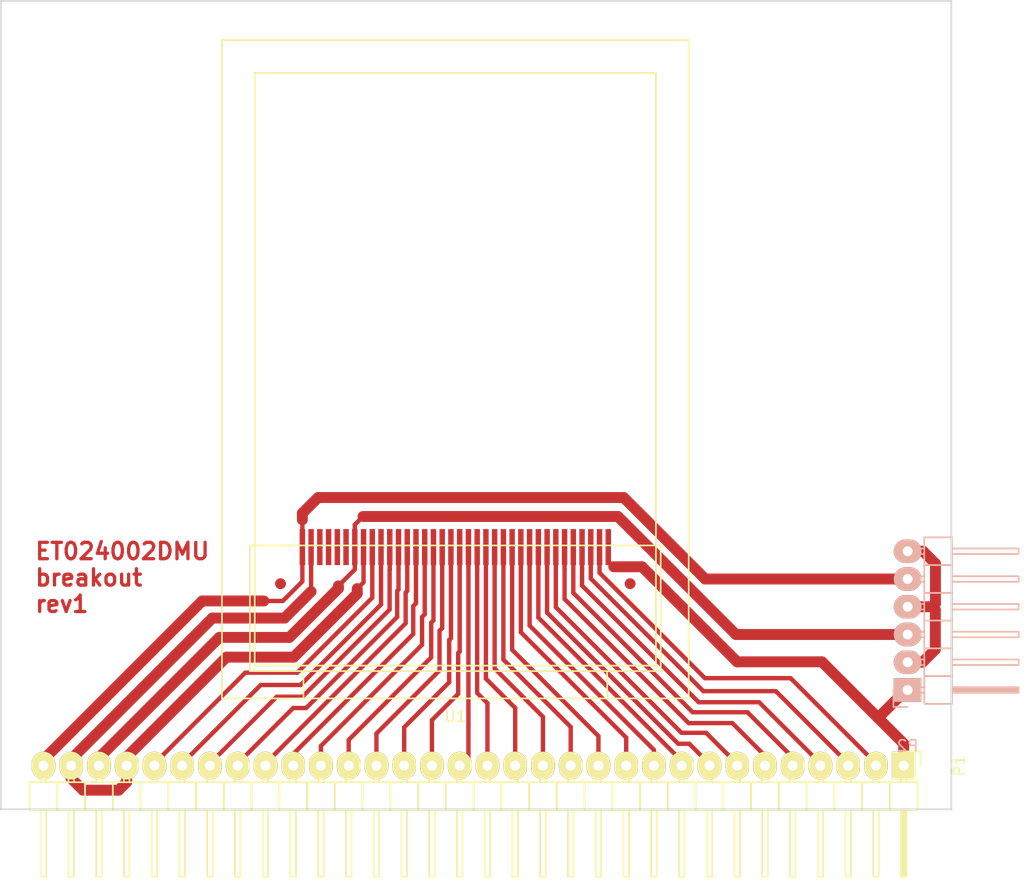
<source format=kicad_pcb>
(kicad_pcb (version 4) (host pcbnew "(2016-03-23 BZR 6647, Git bc699c8)-product")

  (general
    (links 38)
    (no_connects 0)
    (area 57.924999 49.924999 151.970001 130.970001)
    (thickness 1.6)
    (drawings 5)
    (tracks 187)
    (zones 0)
    (modules 3)
    (nets 33)
  )

  (page A4)
  (layers
    (0 F.Cu signal)
    (31 B.Cu signal)
    (32 B.Adhes user)
    (33 F.Adhes user)
    (34 B.Paste user)
    (35 F.Paste user)
    (36 B.SilkS user)
    (37 F.SilkS user)
    (38 B.Mask user hide)
    (39 F.Mask user hide)
    (40 Dwgs.User user)
    (41 Cmts.User user)
    (42 Eco1.User user)
    (43 Eco2.User user)
    (44 Edge.Cuts user)
    (45 Margin user)
    (46 B.CrtYd user)
    (47 F.CrtYd user)
    (48 B.Fab user)
    (49 F.Fab user)
  )

  (setup
    (last_trace_width 0.4)
    (user_trace_width 1)
    (trace_clearance 0.295)
    (zone_clearance 0.508)
    (zone_45_only no)
    (trace_min 0.2)
    (segment_width 0.2)
    (edge_width 0.15)
    (via_size 0.6)
    (via_drill 0.4)
    (via_min_size 0.4)
    (via_min_drill 0.3)
    (uvia_size 0.3)
    (uvia_drill 0.1)
    (uvias_allowed no)
    (uvia_min_size 0.2)
    (uvia_min_drill 0.1)
    (pcb_text_width 0.3)
    (pcb_text_size 1.5 1.5)
    (mod_edge_width 0.15)
    (mod_text_size 1 1)
    (mod_text_width 0.15)
    (pad_size 2.54 2.159)
    (pad_drill 0.9)
    (pad_to_mask_clearance 0.2)
    (aux_axis_origin 0 0)
    (visible_elements FFFFFF7F)
    (pcbplotparams
      (layerselection 0x01000_7fffffff)
      (usegerberextensions true)
      (excludeedgelayer true)
      (linewidth 0.100000)
      (plotframeref false)
      (viasonmask false)
      (mode 1)
      (useauxorigin false)
      (hpglpennumber 1)
      (hpglpenspeed 20)
      (hpglpendiameter 15)
      (psnegative false)
      (psa4output false)
      (plotreference true)
      (plotvalue true)
      (plotinvisibletext false)
      (padsonsilk false)
      (subtractmaskfromsilk false)
      (outputformat 1)
      (mirror false)
      (drillshape 0)
      (scaleselection 1)
      (outputdirectory gerbers))
  )

  (net 0 "")
  (net 1 /vddi)
  (net 2 /reset)
  (net 3 /im0)
  (net 4 /im1)
  (net 5 /im2)
  (net 6 /te)
  (net 7 /db17)
  (net 8 /db16)
  (net 9 /db15)
  (net 10 /db14)
  (net 11 /db13)
  (net 12 /db12)
  (net 13 /db11)
  (net 14 /db10)
  (net 15 /db9)
  (net 16 /db8)
  (net 17 /db7)
  (net 18 /db6)
  (net 19 /db5)
  (net 20 /db4)
  (net 21 /db3)
  (net 22 /db2)
  (net 23 /db1)
  (net 24 /db0)
  (net 25 /rd)
  (net 26 /wr)
  (net 27 /dc)
  (net 28 /cs)
  (net 29 GND)
  (net 30 /vdd)
  (net 31 /led+)
  (net 32 "Net-(P2-Pad2)")

  (net_class Default "This is the default net class."
    (clearance 0.295)
    (trace_width 0.4)
    (via_dia 0.6)
    (via_drill 0.4)
    (uvia_dia 0.3)
    (uvia_drill 0.1)
    (add_net /cs)
    (add_net /db0)
    (add_net /db1)
    (add_net /db10)
    (add_net /db11)
    (add_net /db12)
    (add_net /db13)
    (add_net /db14)
    (add_net /db15)
    (add_net /db16)
    (add_net /db17)
    (add_net /db2)
    (add_net /db3)
    (add_net /db4)
    (add_net /db5)
    (add_net /db6)
    (add_net /db7)
    (add_net /db8)
    (add_net /db9)
    (add_net /dc)
    (add_net /im0)
    (add_net /im1)
    (add_net /im2)
    (add_net /led+)
    (add_net /rd)
    (add_net /reset)
    (add_net /te)
    (add_net /vdd)
    (add_net /vddi)
    (add_net /wr)
    (add_net GND)
    (add_net "Net-(P2-Pad2)")
  )

  (module Pin_Headers:Pin_Header_Angled_1x32 (layer F.Cu) (tedit 593C5DF6) (tstamp 593C5EDE)
    (at 140.64 120 270)
    (descr "Through hole pin header")
    (tags "pin header")
    (path /593C4F73)
    (fp_text reference P1 (at 0 -5.1 270) (layer F.SilkS)
      (effects (font (size 1 1) (thickness 0.15)))
    )
    (fp_text value CONN_01X32 (at 0 -3.1 270) (layer F.Fab)
      (effects (font (size 1 1) (thickness 0.15)))
    )
    (fp_line (start -1.5 -1.75) (end -1.5 80.5) (layer F.CrtYd) (width 0.05))
    (fp_line (start 10.65 -1.75) (end 10.65 80.5) (layer F.CrtYd) (width 0.05))
    (fp_line (start -1.5 -1.75) (end 10.65 -1.75) (layer F.CrtYd) (width 0.05))
    (fp_line (start -1.5 80.5) (end 10.65 80.5) (layer F.CrtYd) (width 0.05))
    (fp_line (start -1.3 -1.55) (end -1.3 0) (layer F.SilkS) (width 0.15))
    (fp_line (start 0 -1.55) (end -1.3 -1.55) (layer F.SilkS) (width 0.15))
    (fp_line (start 4.191 -0.127) (end 10.033 -0.127) (layer F.SilkS) (width 0.15))
    (fp_line (start 10.033 -0.127) (end 10.033 0.127) (layer F.SilkS) (width 0.15))
    (fp_line (start 10.033 0.127) (end 4.191 0.127) (layer F.SilkS) (width 0.15))
    (fp_line (start 4.191 0.127) (end 4.191 0) (layer F.SilkS) (width 0.15))
    (fp_line (start 4.191 0) (end 10.033 0) (layer F.SilkS) (width 0.15))
    (fp_line (start 1.524 73.406) (end 1.143 73.406) (layer F.SilkS) (width 0.15))
    (fp_line (start 1.524 73.914) (end 1.143 73.914) (layer F.SilkS) (width 0.15))
    (fp_line (start 1.524 75.946) (end 1.143 75.946) (layer F.SilkS) (width 0.15))
    (fp_line (start 1.524 76.454) (end 1.143 76.454) (layer F.SilkS) (width 0.15))
    (fp_line (start 1.524 78.486) (end 1.143 78.486) (layer F.SilkS) (width 0.15))
    (fp_line (start 1.524 78.994) (end 1.143 78.994) (layer F.SilkS) (width 0.15))
    (fp_line (start 1.524 32.766) (end 1.143 32.766) (layer F.SilkS) (width 0.15))
    (fp_line (start 1.524 33.274) (end 1.143 33.274) (layer F.SilkS) (width 0.15))
    (fp_line (start 1.524 35.306) (end 1.143 35.306) (layer F.SilkS) (width 0.15))
    (fp_line (start 1.524 35.814) (end 1.143 35.814) (layer F.SilkS) (width 0.15))
    (fp_line (start 1.524 37.846) (end 1.143 37.846) (layer F.SilkS) (width 0.15))
    (fp_line (start 1.524 38.354) (end 1.143 38.354) (layer F.SilkS) (width 0.15))
    (fp_line (start 1.524 40.386) (end 1.143 40.386) (layer F.SilkS) (width 0.15))
    (fp_line (start 1.524 40.894) (end 1.143 40.894) (layer F.SilkS) (width 0.15))
    (fp_line (start 1.524 51.054) (end 1.143 51.054) (layer F.SilkS) (width 0.15))
    (fp_line (start 1.524 50.546) (end 1.143 50.546) (layer F.SilkS) (width 0.15))
    (fp_line (start 1.524 48.514) (end 1.143 48.514) (layer F.SilkS) (width 0.15))
    (fp_line (start 1.524 48.006) (end 1.143 48.006) (layer F.SilkS) (width 0.15))
    (fp_line (start 1.524 45.974) (end 1.143 45.974) (layer F.SilkS) (width 0.15))
    (fp_line (start 1.524 45.466) (end 1.143 45.466) (layer F.SilkS) (width 0.15))
    (fp_line (start 1.524 43.434) (end 1.143 43.434) (layer F.SilkS) (width 0.15))
    (fp_line (start 1.524 42.926) (end 1.143 42.926) (layer F.SilkS) (width 0.15))
    (fp_line (start 1.524 63.246) (end 1.143 63.246) (layer F.SilkS) (width 0.15))
    (fp_line (start 1.524 63.754) (end 1.143 63.754) (layer F.SilkS) (width 0.15))
    (fp_line (start 1.524 65.786) (end 1.143 65.786) (layer F.SilkS) (width 0.15))
    (fp_line (start 1.524 66.294) (end 1.143 66.294) (layer F.SilkS) (width 0.15))
    (fp_line (start 1.524 68.326) (end 1.143 68.326) (layer F.SilkS) (width 0.15))
    (fp_line (start 1.524 68.834) (end 1.143 68.834) (layer F.SilkS) (width 0.15))
    (fp_line (start 1.524 70.866) (end 1.143 70.866) (layer F.SilkS) (width 0.15))
    (fp_line (start 1.524 71.374) (end 1.143 71.374) (layer F.SilkS) (width 0.15))
    (fp_line (start 1.524 61.214) (end 1.143 61.214) (layer F.SilkS) (width 0.15))
    (fp_line (start 1.524 60.706) (end 1.143 60.706) (layer F.SilkS) (width 0.15))
    (fp_line (start 1.524 58.674) (end 1.143 58.674) (layer F.SilkS) (width 0.15))
    (fp_line (start 1.524 58.166) (end 1.143 58.166) (layer F.SilkS) (width 0.15))
    (fp_line (start 1.524 56.134) (end 1.143 56.134) (layer F.SilkS) (width 0.15))
    (fp_line (start 1.524 55.626) (end 1.143 55.626) (layer F.SilkS) (width 0.15))
    (fp_line (start 1.524 53.594) (end 1.143 53.594) (layer F.SilkS) (width 0.15))
    (fp_line (start 1.524 53.086) (end 1.143 53.086) (layer F.SilkS) (width 0.15))
    (fp_line (start 1.524 12.446) (end 1.143 12.446) (layer F.SilkS) (width 0.15))
    (fp_line (start 1.524 12.954) (end 1.143 12.954) (layer F.SilkS) (width 0.15))
    (fp_line (start 1.524 14.986) (end 1.143 14.986) (layer F.SilkS) (width 0.15))
    (fp_line (start 1.524 15.494) (end 1.143 15.494) (layer F.SilkS) (width 0.15))
    (fp_line (start 1.524 17.526) (end 1.143 17.526) (layer F.SilkS) (width 0.15))
    (fp_line (start 1.524 18.034) (end 1.143 18.034) (layer F.SilkS) (width 0.15))
    (fp_line (start 1.524 20.066) (end 1.143 20.066) (layer F.SilkS) (width 0.15))
    (fp_line (start 1.524 20.574) (end 1.143 20.574) (layer F.SilkS) (width 0.15))
    (fp_line (start 1.524 30.734) (end 1.143 30.734) (layer F.SilkS) (width 0.15))
    (fp_line (start 1.524 30.226) (end 1.143 30.226) (layer F.SilkS) (width 0.15))
    (fp_line (start 1.524 28.194) (end 1.143 28.194) (layer F.SilkS) (width 0.15))
    (fp_line (start 1.524 27.686) (end 1.143 27.686) (layer F.SilkS) (width 0.15))
    (fp_line (start 1.524 25.654) (end 1.143 25.654) (layer F.SilkS) (width 0.15))
    (fp_line (start 1.524 25.146) (end 1.143 25.146) (layer F.SilkS) (width 0.15))
    (fp_line (start 1.524 23.114) (end 1.143 23.114) (layer F.SilkS) (width 0.15))
    (fp_line (start 1.524 22.606) (end 1.143 22.606) (layer F.SilkS) (width 0.15))
    (fp_line (start 1.524 2.286) (end 1.143 2.286) (layer F.SilkS) (width 0.15))
    (fp_line (start 1.524 2.794) (end 1.143 2.794) (layer F.SilkS) (width 0.15))
    (fp_line (start 1.524 4.826) (end 1.143 4.826) (layer F.SilkS) (width 0.15))
    (fp_line (start 1.524 5.334) (end 1.143 5.334) (layer F.SilkS) (width 0.15))
    (fp_line (start 1.524 7.366) (end 1.143 7.366) (layer F.SilkS) (width 0.15))
    (fp_line (start 1.524 7.874) (end 1.143 7.874) (layer F.SilkS) (width 0.15))
    (fp_line (start 1.524 9.906) (end 1.143 9.906) (layer F.SilkS) (width 0.15))
    (fp_line (start 1.524 10.414) (end 1.143 10.414) (layer F.SilkS) (width 0.15))
    (fp_line (start 1.524 0.254) (end 1.143 0.254) (layer F.SilkS) (width 0.15))
    (fp_line (start 1.524 -0.254) (end 1.143 -0.254) (layer F.SilkS) (width 0.15))
    (fp_line (start 1.524 69.85) (end 1.524 72.39) (layer F.SilkS) (width 0.15))
    (fp_line (start 1.524 72.39) (end 4.064 72.39) (layer F.SilkS) (width 0.15))
    (fp_line (start 4.064 70.866) (end 10.16 70.866) (layer F.SilkS) (width 0.15))
    (fp_line (start 10.16 70.866) (end 10.16 71.374) (layer F.SilkS) (width 0.15))
    (fp_line (start 10.16 71.374) (end 4.064 71.374) (layer F.SilkS) (width 0.15))
    (fp_line (start 4.064 72.39) (end 4.064 69.85) (layer F.SilkS) (width 0.15))
    (fp_line (start 4.064 74.93) (end 4.064 72.39) (layer F.SilkS) (width 0.15))
    (fp_line (start 10.16 73.914) (end 4.064 73.914) (layer F.SilkS) (width 0.15))
    (fp_line (start 10.16 73.406) (end 10.16 73.914) (layer F.SilkS) (width 0.15))
    (fp_line (start 4.064 73.406) (end 10.16 73.406) (layer F.SilkS) (width 0.15))
    (fp_line (start 1.524 74.93) (end 4.064 74.93) (layer F.SilkS) (width 0.15))
    (fp_line (start 1.524 72.39) (end 1.524 74.93) (layer F.SilkS) (width 0.15))
    (fp_line (start 1.524 72.39) (end 4.064 72.39) (layer F.SilkS) (width 0.15))
    (fp_line (start 1.524 77.47) (end 4.064 77.47) (layer F.SilkS) (width 0.15))
    (fp_line (start 1.524 77.47) (end 1.524 80.01) (layer F.SilkS) (width 0.15))
    (fp_line (start 4.064 78.486) (end 10.16 78.486) (layer F.SilkS) (width 0.15))
    (fp_line (start 10.16 78.486) (end 10.16 78.994) (layer F.SilkS) (width 0.15))
    (fp_line (start 10.16 78.994) (end 4.064 78.994) (layer F.SilkS) (width 0.15))
    (fp_line (start 4.064 80.01) (end 4.064 77.47) (layer F.SilkS) (width 0.15))
    (fp_line (start 4.064 77.47) (end 4.064 74.93) (layer F.SilkS) (width 0.15))
    (fp_line (start 10.16 76.454) (end 4.064 76.454) (layer F.SilkS) (width 0.15))
    (fp_line (start 10.16 75.946) (end 10.16 76.454) (layer F.SilkS) (width 0.15))
    (fp_line (start 4.064 75.946) (end 10.16 75.946) (layer F.SilkS) (width 0.15))
    (fp_line (start 1.524 77.47) (end 4.064 77.47) (layer F.SilkS) (width 0.15))
    (fp_line (start 1.524 74.93) (end 1.524 77.47) (layer F.SilkS) (width 0.15))
    (fp_line (start 1.524 74.93) (end 4.064 74.93) (layer F.SilkS) (width 0.15))
    (fp_line (start 1.524 80.01) (end 4.064 80.01) (layer F.SilkS) (width 0.15))
    (fp_line (start 1.524 69.85) (end 4.064 69.85) (layer F.SilkS) (width 0.15))
    (fp_line (start 1.524 29.21) (end 4.064 29.21) (layer F.SilkS) (width 0.15))
    (fp_line (start 1.524 29.21) (end 1.524 31.75) (layer F.SilkS) (width 0.15))
    (fp_line (start 1.524 31.75) (end 4.064 31.75) (layer F.SilkS) (width 0.15))
    (fp_line (start 4.064 30.226) (end 10.16 30.226) (layer F.SilkS) (width 0.15))
    (fp_line (start 10.16 30.226) (end 10.16 30.734) (layer F.SilkS) (width 0.15))
    (fp_line (start 10.16 30.734) (end 4.064 30.734) (layer F.SilkS) (width 0.15))
    (fp_line (start 4.064 31.75) (end 4.064 29.21) (layer F.SilkS) (width 0.15))
    (fp_line (start 4.064 34.29) (end 4.064 31.75) (layer F.SilkS) (width 0.15))
    (fp_line (start 10.16 33.274) (end 4.064 33.274) (layer F.SilkS) (width 0.15))
    (fp_line (start 10.16 32.766) (end 10.16 33.274) (layer F.SilkS) (width 0.15))
    (fp_line (start 4.064 32.766) (end 10.16 32.766) (layer F.SilkS) (width 0.15))
    (fp_line (start 1.524 34.29) (end 4.064 34.29) (layer F.SilkS) (width 0.15))
    (fp_line (start 1.524 31.75) (end 1.524 34.29) (layer F.SilkS) (width 0.15))
    (fp_line (start 1.524 31.75) (end 4.064 31.75) (layer F.SilkS) (width 0.15))
    (fp_line (start 1.524 36.83) (end 4.064 36.83) (layer F.SilkS) (width 0.15))
    (fp_line (start 1.524 36.83) (end 1.524 39.37) (layer F.SilkS) (width 0.15))
    (fp_line (start 1.524 39.37) (end 4.064 39.37) (layer F.SilkS) (width 0.15))
    (fp_line (start 4.064 37.846) (end 10.16 37.846) (layer F.SilkS) (width 0.15))
    (fp_line (start 10.16 37.846) (end 10.16 38.354) (layer F.SilkS) (width 0.15))
    (fp_line (start 10.16 38.354) (end 4.064 38.354) (layer F.SilkS) (width 0.15))
    (fp_line (start 4.064 39.37) (end 4.064 36.83) (layer F.SilkS) (width 0.15))
    (fp_line (start 4.064 36.83) (end 4.064 34.29) (layer F.SilkS) (width 0.15))
    (fp_line (start 10.16 35.814) (end 4.064 35.814) (layer F.SilkS) (width 0.15))
    (fp_line (start 10.16 35.306) (end 10.16 35.814) (layer F.SilkS) (width 0.15))
    (fp_line (start 4.064 35.306) (end 10.16 35.306) (layer F.SilkS) (width 0.15))
    (fp_line (start 1.524 36.83) (end 4.064 36.83) (layer F.SilkS) (width 0.15))
    (fp_line (start 1.524 34.29) (end 1.524 36.83) (layer F.SilkS) (width 0.15))
    (fp_line (start 1.524 34.29) (end 4.064 34.29) (layer F.SilkS) (width 0.15))
    (fp_line (start 1.524 44.45) (end 4.064 44.45) (layer F.SilkS) (width 0.15))
    (fp_line (start 1.524 44.45) (end 1.524 46.99) (layer F.SilkS) (width 0.15))
    (fp_line (start 1.524 46.99) (end 4.064 46.99) (layer F.SilkS) (width 0.15))
    (fp_line (start 4.064 45.466) (end 10.16 45.466) (layer F.SilkS) (width 0.15))
    (fp_line (start 10.16 45.466) (end 10.16 45.974) (layer F.SilkS) (width 0.15))
    (fp_line (start 10.16 45.974) (end 4.064 45.974) (layer F.SilkS) (width 0.15))
    (fp_line (start 4.064 46.99) (end 4.064 44.45) (layer F.SilkS) (width 0.15))
    (fp_line (start 4.064 49.53) (end 4.064 46.99) (layer F.SilkS) (width 0.15))
    (fp_line (start 10.16 48.514) (end 4.064 48.514) (layer F.SilkS) (width 0.15))
    (fp_line (start 10.16 48.006) (end 10.16 48.514) (layer F.SilkS) (width 0.15))
    (fp_line (start 4.064 48.006) (end 10.16 48.006) (layer F.SilkS) (width 0.15))
    (fp_line (start 1.524 49.53) (end 4.064 49.53) (layer F.SilkS) (width 0.15))
    (fp_line (start 1.524 46.99) (end 1.524 49.53) (layer F.SilkS) (width 0.15))
    (fp_line (start 1.524 46.99) (end 4.064 46.99) (layer F.SilkS) (width 0.15))
    (fp_line (start 1.524 41.91) (end 4.064 41.91) (layer F.SilkS) (width 0.15))
    (fp_line (start 1.524 41.91) (end 1.524 44.45) (layer F.SilkS) (width 0.15))
    (fp_line (start 1.524 44.45) (end 4.064 44.45) (layer F.SilkS) (width 0.15))
    (fp_line (start 4.064 42.926) (end 10.16 42.926) (layer F.SilkS) (width 0.15))
    (fp_line (start 10.16 42.926) (end 10.16 43.434) (layer F.SilkS) (width 0.15))
    (fp_line (start 10.16 43.434) (end 4.064 43.434) (layer F.SilkS) (width 0.15))
    (fp_line (start 4.064 44.45) (end 4.064 41.91) (layer F.SilkS) (width 0.15))
    (fp_line (start 4.064 41.91) (end 4.064 39.37) (layer F.SilkS) (width 0.15))
    (fp_line (start 10.16 40.894) (end 4.064 40.894) (layer F.SilkS) (width 0.15))
    (fp_line (start 10.16 40.386) (end 10.16 40.894) (layer F.SilkS) (width 0.15))
    (fp_line (start 4.064 40.386) (end 10.16 40.386) (layer F.SilkS) (width 0.15))
    (fp_line (start 1.524 41.91) (end 4.064 41.91) (layer F.SilkS) (width 0.15))
    (fp_line (start 1.524 39.37) (end 1.524 41.91) (layer F.SilkS) (width 0.15))
    (fp_line (start 1.524 39.37) (end 4.064 39.37) (layer F.SilkS) (width 0.15))
    (fp_line (start 1.524 59.69) (end 4.064 59.69) (layer F.SilkS) (width 0.15))
    (fp_line (start 1.524 59.69) (end 1.524 62.23) (layer F.SilkS) (width 0.15))
    (fp_line (start 1.524 62.23) (end 4.064 62.23) (layer F.SilkS) (width 0.15))
    (fp_line (start 4.064 60.706) (end 10.16 60.706) (layer F.SilkS) (width 0.15))
    (fp_line (start 10.16 60.706) (end 10.16 61.214) (layer F.SilkS) (width 0.15))
    (fp_line (start 10.16 61.214) (end 4.064 61.214) (layer F.SilkS) (width 0.15))
    (fp_line (start 4.064 62.23) (end 4.064 59.69) (layer F.SilkS) (width 0.15))
    (fp_line (start 4.064 64.77) (end 4.064 62.23) (layer F.SilkS) (width 0.15))
    (fp_line (start 10.16 63.754) (end 4.064 63.754) (layer F.SilkS) (width 0.15))
    (fp_line (start 10.16 63.246) (end 10.16 63.754) (layer F.SilkS) (width 0.15))
    (fp_line (start 4.064 63.246) (end 10.16 63.246) (layer F.SilkS) (width 0.15))
    (fp_line (start 1.524 64.77) (end 4.064 64.77) (layer F.SilkS) (width 0.15))
    (fp_line (start 1.524 62.23) (end 1.524 64.77) (layer F.SilkS) (width 0.15))
    (fp_line (start 1.524 62.23) (end 4.064 62.23) (layer F.SilkS) (width 0.15))
    (fp_line (start 1.524 67.31) (end 4.064 67.31) (layer F.SilkS) (width 0.15))
    (fp_line (start 1.524 67.31) (end 1.524 69.85) (layer F.SilkS) (width 0.15))
    (fp_line (start 1.524 69.85) (end 4.064 69.85) (layer F.SilkS) (width 0.15))
    (fp_line (start 4.064 68.326) (end 10.16 68.326) (layer F.SilkS) (width 0.15))
    (fp_line (start 10.16 68.326) (end 10.16 68.834) (layer F.SilkS) (width 0.15))
    (fp_line (start 10.16 68.834) (end 4.064 68.834) (layer F.SilkS) (width 0.15))
    (fp_line (start 4.064 69.85) (end 4.064 67.31) (layer F.SilkS) (width 0.15))
    (fp_line (start 4.064 67.31) (end 4.064 64.77) (layer F.SilkS) (width 0.15))
    (fp_line (start 10.16 66.294) (end 4.064 66.294) (layer F.SilkS) (width 0.15))
    (fp_line (start 10.16 65.786) (end 10.16 66.294) (layer F.SilkS) (width 0.15))
    (fp_line (start 4.064 65.786) (end 10.16 65.786) (layer F.SilkS) (width 0.15))
    (fp_line (start 1.524 67.31) (end 4.064 67.31) (layer F.SilkS) (width 0.15))
    (fp_line (start 1.524 64.77) (end 1.524 67.31) (layer F.SilkS) (width 0.15))
    (fp_line (start 1.524 64.77) (end 4.064 64.77) (layer F.SilkS) (width 0.15))
    (fp_line (start 1.524 54.61) (end 4.064 54.61) (layer F.SilkS) (width 0.15))
    (fp_line (start 1.524 54.61) (end 1.524 57.15) (layer F.SilkS) (width 0.15))
    (fp_line (start 1.524 57.15) (end 4.064 57.15) (layer F.SilkS) (width 0.15))
    (fp_line (start 4.064 55.626) (end 10.16 55.626) (layer F.SilkS) (width 0.15))
    (fp_line (start 10.16 55.626) (end 10.16 56.134) (layer F.SilkS) (width 0.15))
    (fp_line (start 10.16 56.134) (end 4.064 56.134) (layer F.SilkS) (width 0.15))
    (fp_line (start 4.064 57.15) (end 4.064 54.61) (layer F.SilkS) (width 0.15))
    (fp_line (start 4.064 59.69) (end 4.064 57.15) (layer F.SilkS) (width 0.15))
    (fp_line (start 10.16 58.674) (end 4.064 58.674) (layer F.SilkS) (width 0.15))
    (fp_line (start 10.16 58.166) (end 10.16 58.674) (layer F.SilkS) (width 0.15))
    (fp_line (start 4.064 58.166) (end 10.16 58.166) (layer F.SilkS) (width 0.15))
    (fp_line (start 1.524 59.69) (end 4.064 59.69) (layer F.SilkS) (width 0.15))
    (fp_line (start 1.524 57.15) (end 1.524 59.69) (layer F.SilkS) (width 0.15))
    (fp_line (start 1.524 57.15) (end 4.064 57.15) (layer F.SilkS) (width 0.15))
    (fp_line (start 1.524 52.07) (end 4.064 52.07) (layer F.SilkS) (width 0.15))
    (fp_line (start 1.524 52.07) (end 1.524 54.61) (layer F.SilkS) (width 0.15))
    (fp_line (start 1.524 54.61) (end 4.064 54.61) (layer F.SilkS) (width 0.15))
    (fp_line (start 4.064 53.086) (end 10.16 53.086) (layer F.SilkS) (width 0.15))
    (fp_line (start 10.16 53.086) (end 10.16 53.594) (layer F.SilkS) (width 0.15))
    (fp_line (start 10.16 53.594) (end 4.064 53.594) (layer F.SilkS) (width 0.15))
    (fp_line (start 4.064 54.61) (end 4.064 52.07) (layer F.SilkS) (width 0.15))
    (fp_line (start 4.064 52.07) (end 4.064 49.53) (layer F.SilkS) (width 0.15))
    (fp_line (start 10.16 51.054) (end 4.064 51.054) (layer F.SilkS) (width 0.15))
    (fp_line (start 10.16 50.546) (end 10.16 51.054) (layer F.SilkS) (width 0.15))
    (fp_line (start 4.064 50.546) (end 10.16 50.546) (layer F.SilkS) (width 0.15))
    (fp_line (start 1.524 52.07) (end 4.064 52.07) (layer F.SilkS) (width 0.15))
    (fp_line (start 1.524 49.53) (end 1.524 52.07) (layer F.SilkS) (width 0.15))
    (fp_line (start 1.524 49.53) (end 4.064 49.53) (layer F.SilkS) (width 0.15))
    (fp_line (start 1.524 8.89) (end 4.064 8.89) (layer F.SilkS) (width 0.15))
    (fp_line (start 1.524 8.89) (end 1.524 11.43) (layer F.SilkS) (width 0.15))
    (fp_line (start 1.524 11.43) (end 4.064 11.43) (layer F.SilkS) (width 0.15))
    (fp_line (start 4.064 9.906) (end 10.16 9.906) (layer F.SilkS) (width 0.15))
    (fp_line (start 10.16 9.906) (end 10.16 10.414) (layer F.SilkS) (width 0.15))
    (fp_line (start 10.16 10.414) (end 4.064 10.414) (layer F.SilkS) (width 0.15))
    (fp_line (start 4.064 11.43) (end 4.064 8.89) (layer F.SilkS) (width 0.15))
    (fp_line (start 4.064 13.97) (end 4.064 11.43) (layer F.SilkS) (width 0.15))
    (fp_line (start 10.16 12.954) (end 4.064 12.954) (layer F.SilkS) (width 0.15))
    (fp_line (start 10.16 12.446) (end 10.16 12.954) (layer F.SilkS) (width 0.15))
    (fp_line (start 4.064 12.446) (end 10.16 12.446) (layer F.SilkS) (width 0.15))
    (fp_line (start 1.524 13.97) (end 4.064 13.97) (layer F.SilkS) (width 0.15))
    (fp_line (start 1.524 11.43) (end 1.524 13.97) (layer F.SilkS) (width 0.15))
    (fp_line (start 1.524 11.43) (end 4.064 11.43) (layer F.SilkS) (width 0.15))
    (fp_line (start 1.524 16.51) (end 4.064 16.51) (layer F.SilkS) (width 0.15))
    (fp_line (start 1.524 16.51) (end 1.524 19.05) (layer F.SilkS) (width 0.15))
    (fp_line (start 1.524 19.05) (end 4.064 19.05) (layer F.SilkS) (width 0.15))
    (fp_line (start 4.064 17.526) (end 10.16 17.526) (layer F.SilkS) (width 0.15))
    (fp_line (start 10.16 17.526) (end 10.16 18.034) (layer F.SilkS) (width 0.15))
    (fp_line (start 10.16 18.034) (end 4.064 18.034) (layer F.SilkS) (width 0.15))
    (fp_line (start 4.064 19.05) (end 4.064 16.51) (layer F.SilkS) (width 0.15))
    (fp_line (start 4.064 16.51) (end 4.064 13.97) (layer F.SilkS) (width 0.15))
    (fp_line (start 10.16 15.494) (end 4.064 15.494) (layer F.SilkS) (width 0.15))
    (fp_line (start 10.16 14.986) (end 10.16 15.494) (layer F.SilkS) (width 0.15))
    (fp_line (start 4.064 14.986) (end 10.16 14.986) (layer F.SilkS) (width 0.15))
    (fp_line (start 1.524 16.51) (end 4.064 16.51) (layer F.SilkS) (width 0.15))
    (fp_line (start 1.524 13.97) (end 1.524 16.51) (layer F.SilkS) (width 0.15))
    (fp_line (start 1.524 13.97) (end 4.064 13.97) (layer F.SilkS) (width 0.15))
    (fp_line (start 1.524 24.13) (end 4.064 24.13) (layer F.SilkS) (width 0.15))
    (fp_line (start 1.524 24.13) (end 1.524 26.67) (layer F.SilkS) (width 0.15))
    (fp_line (start 1.524 26.67) (end 4.064 26.67) (layer F.SilkS) (width 0.15))
    (fp_line (start 4.064 25.146) (end 10.16 25.146) (layer F.SilkS) (width 0.15))
    (fp_line (start 10.16 25.146) (end 10.16 25.654) (layer F.SilkS) (width 0.15))
    (fp_line (start 10.16 25.654) (end 4.064 25.654) (layer F.SilkS) (width 0.15))
    (fp_line (start 4.064 26.67) (end 4.064 24.13) (layer F.SilkS) (width 0.15))
    (fp_line (start 4.064 29.21) (end 4.064 26.67) (layer F.SilkS) (width 0.15))
    (fp_line (start 10.16 28.194) (end 4.064 28.194) (layer F.SilkS) (width 0.15))
    (fp_line (start 10.16 27.686) (end 10.16 28.194) (layer F.SilkS) (width 0.15))
    (fp_line (start 4.064 27.686) (end 10.16 27.686) (layer F.SilkS) (width 0.15))
    (fp_line (start 1.524 29.21) (end 4.064 29.21) (layer F.SilkS) (width 0.15))
    (fp_line (start 1.524 26.67) (end 1.524 29.21) (layer F.SilkS) (width 0.15))
    (fp_line (start 1.524 26.67) (end 4.064 26.67) (layer F.SilkS) (width 0.15))
    (fp_line (start 1.524 21.59) (end 4.064 21.59) (layer F.SilkS) (width 0.15))
    (fp_line (start 1.524 21.59) (end 1.524 24.13) (layer F.SilkS) (width 0.15))
    (fp_line (start 1.524 24.13) (end 4.064 24.13) (layer F.SilkS) (width 0.15))
    (fp_line (start 4.064 22.606) (end 10.16 22.606) (layer F.SilkS) (width 0.15))
    (fp_line (start 10.16 22.606) (end 10.16 23.114) (layer F.SilkS) (width 0.15))
    (fp_line (start 10.16 23.114) (end 4.064 23.114) (layer F.SilkS) (width 0.15))
    (fp_line (start 4.064 24.13) (end 4.064 21.59) (layer F.SilkS) (width 0.15))
    (fp_line (start 4.064 21.59) (end 4.064 19.05) (layer F.SilkS) (width 0.15))
    (fp_line (start 10.16 20.574) (end 4.064 20.574) (layer F.SilkS) (width 0.15))
    (fp_line (start 10.16 20.066) (end 10.16 20.574) (layer F.SilkS) (width 0.15))
    (fp_line (start 4.064 20.066) (end 10.16 20.066) (layer F.SilkS) (width 0.15))
    (fp_line (start 1.524 21.59) (end 4.064 21.59) (layer F.SilkS) (width 0.15))
    (fp_line (start 1.524 19.05) (end 1.524 21.59) (layer F.SilkS) (width 0.15))
    (fp_line (start 1.524 19.05) (end 4.064 19.05) (layer F.SilkS) (width 0.15))
    (fp_line (start 1.524 -1.27) (end 1.524 1.27) (layer F.SilkS) (width 0.15))
    (fp_line (start 1.524 1.27) (end 4.064 1.27) (layer F.SilkS) (width 0.15))
    (fp_line (start 4.064 -0.254) (end 10.16 -0.254) (layer F.SilkS) (width 0.15))
    (fp_line (start 10.16 -0.254) (end 10.16 0.254) (layer F.SilkS) (width 0.15))
    (fp_line (start 10.16 0.254) (end 4.064 0.254) (layer F.SilkS) (width 0.15))
    (fp_line (start 4.064 1.27) (end 4.064 -1.27) (layer F.SilkS) (width 0.15))
    (fp_line (start 4.064 3.81) (end 4.064 1.27) (layer F.SilkS) (width 0.15))
    (fp_line (start 10.16 2.794) (end 4.064 2.794) (layer F.SilkS) (width 0.15))
    (fp_line (start 10.16 2.286) (end 10.16 2.794) (layer F.SilkS) (width 0.15))
    (fp_line (start 4.064 2.286) (end 10.16 2.286) (layer F.SilkS) (width 0.15))
    (fp_line (start 1.524 3.81) (end 4.064 3.81) (layer F.SilkS) (width 0.15))
    (fp_line (start 1.524 1.27) (end 1.524 3.81) (layer F.SilkS) (width 0.15))
    (fp_line (start 1.524 1.27) (end 4.064 1.27) (layer F.SilkS) (width 0.15))
    (fp_line (start 1.524 6.35) (end 4.064 6.35) (layer F.SilkS) (width 0.15))
    (fp_line (start 1.524 6.35) (end 1.524 8.89) (layer F.SilkS) (width 0.15))
    (fp_line (start 1.524 8.89) (end 4.064 8.89) (layer F.SilkS) (width 0.15))
    (fp_line (start 4.064 7.366) (end 10.16 7.366) (layer F.SilkS) (width 0.15))
    (fp_line (start 10.16 7.366) (end 10.16 7.874) (layer F.SilkS) (width 0.15))
    (fp_line (start 10.16 7.874) (end 4.064 7.874) (layer F.SilkS) (width 0.15))
    (fp_line (start 4.064 8.89) (end 4.064 6.35) (layer F.SilkS) (width 0.15))
    (fp_line (start 4.064 6.35) (end 4.064 3.81) (layer F.SilkS) (width 0.15))
    (fp_line (start 10.16 5.334) (end 4.064 5.334) (layer F.SilkS) (width 0.15))
    (fp_line (start 10.16 4.826) (end 10.16 5.334) (layer F.SilkS) (width 0.15))
    (fp_line (start 4.064 4.826) (end 10.16 4.826) (layer F.SilkS) (width 0.15))
    (fp_line (start 1.524 6.35) (end 4.064 6.35) (layer F.SilkS) (width 0.15))
    (fp_line (start 1.524 3.81) (end 1.524 6.35) (layer F.SilkS) (width 0.15))
    (fp_line (start 1.524 3.81) (end 4.064 3.81) (layer F.SilkS) (width 0.15))
    (fp_line (start 1.524 -1.27) (end 4.064 -1.27) (layer F.SilkS) (width 0.15))
    (pad 1 thru_hole rect (at 0 0 270) (size 2.54 2.159) (drill 0.9) (layers *.Cu *.Mask F.SilkS)
      (net 1 /vddi))
    (pad 2 thru_hole oval (at 0 2.54 270) (size 2.54 2.159) (drill 0.9) (layers *.Cu *.Mask F.SilkS)
      (net 2 /reset))
    (pad 3 thru_hole oval (at 0 5.08 270) (size 2.54 2.159) (drill 0.9) (layers *.Cu *.Mask F.SilkS)
      (net 3 /im0))
    (pad 4 thru_hole oval (at 0 7.62 270) (size 2.54 2.159) (drill 0.9) (layers *.Cu *.Mask F.SilkS)
      (net 4 /im1))
    (pad 5 thru_hole oval (at 0 10.16 270) (size 2.54 2.159) (drill 0.9) (layers *.Cu *.Mask F.SilkS)
      (net 5 /im2))
    (pad 6 thru_hole oval (at 0 12.7 270) (size 2.54 2.159) (drill 0.9) (layers *.Cu *.Mask F.SilkS)
      (net 6 /te))
    (pad 7 thru_hole oval (at 0 15.24 270) (size 2.54 2.159) (drill 0.9) (layers *.Cu *.Mask F.SilkS)
      (net 7 /db17))
    (pad 8 thru_hole oval (at 0 17.78 270) (size 2.54 2.159) (drill 0.9) (layers *.Cu *.Mask F.SilkS)
      (net 8 /db16))
    (pad 9 thru_hole oval (at 0 20.32 270) (size 2.54 2.159) (drill 0.9) (layers *.Cu *.Mask F.SilkS)
      (net 9 /db15))
    (pad 10 thru_hole oval (at 0 22.86 270) (size 2.54 2.159) (drill 0.9) (layers *.Cu *.Mask F.SilkS)
      (net 10 /db14))
    (pad 11 thru_hole oval (at 0 25.4 270) (size 2.54 2.159) (drill 0.9) (layers *.Cu *.Mask F.SilkS)
      (net 11 /db13))
    (pad 12 thru_hole oval (at 0 27.94 270) (size 2.54 2.159) (drill 0.9) (layers *.Cu *.Mask F.SilkS)
      (net 12 /db12))
    (pad 13 thru_hole oval (at 0 30.48 270) (size 2.54 2.159) (drill 0.9) (layers *.Cu *.Mask F.SilkS)
      (net 13 /db11))
    (pad 14 thru_hole oval (at 0 33.02 270) (size 2.54 2.159) (drill 0.9) (layers *.Cu *.Mask F.SilkS)
      (net 14 /db10))
    (pad 15 thru_hole oval (at 0 35.56 270) (size 2.54 2.159) (drill 0.9) (layers *.Cu *.Mask F.SilkS)
      (net 15 /db9))
    (pad 16 thru_hole oval (at 0 38.1 270) (size 2.54 2.159) (drill 0.9) (layers *.Cu *.Mask F.SilkS)
      (net 16 /db8))
    (pad 17 thru_hole oval (at 0 40.64 270) (size 2.54 2.159) (drill 0.9) (layers *.Cu *.Mask F.SilkS)
      (net 17 /db7))
    (pad 18 thru_hole oval (at 0 43.18 270) (size 2.54 2.159) (drill 0.9) (layers *.Cu *.Mask F.SilkS)
      (net 18 /db6))
    (pad 19 thru_hole oval (at 0 45.72 270) (size 2.54 2.159) (drill 0.9) (layers *.Cu *.Mask F.SilkS)
      (net 19 /db5))
    (pad 20 thru_hole oval (at 0 48.26 270) (size 2.54 2.159) (drill 0.9) (layers *.Cu *.Mask F.SilkS)
      (net 20 /db4))
    (pad 21 thru_hole oval (at 0 50.8 270) (size 2.54 2.159) (drill 0.9) (layers *.Cu *.Mask F.SilkS)
      (net 21 /db3))
    (pad 22 thru_hole oval (at 0 53.34 270) (size 2.54 2.159) (drill 0.9) (layers *.Cu *.Mask F.SilkS)
      (net 22 /db2))
    (pad 23 thru_hole oval (at 0 55.88 270) (size 2.54 2.159) (drill 0.9) (layers *.Cu *.Mask F.SilkS)
      (net 23 /db1))
    (pad 24 thru_hole oval (at 0 58.42 270) (size 2.54 2.159) (drill 0.9) (layers *.Cu *.Mask F.SilkS)
      (net 24 /db0))
    (pad 25 thru_hole oval (at 0 60.96 270) (size 2.54 2.159) (drill 0.9) (layers *.Cu *.Mask F.SilkS)
      (net 25 /rd))
    (pad 26 thru_hole oval (at 0 63.5 270) (size 2.54 2.159) (drill 0.9) (layers *.Cu *.Mask F.SilkS)
      (net 26 /wr))
    (pad 27 thru_hole oval (at 0 66.04 270) (size 2.54 2.159) (drill 0.9) (layers *.Cu *.Mask F.SilkS)
      (net 27 /dc))
    (pad 28 thru_hole oval (at 0 68.58 270) (size 2.54 2.159) (drill 0.9) (layers *.Cu *.Mask F.SilkS)
      (net 28 /cs))
    (pad 29 thru_hole oval (at 0 71.12 270) (size 2.54 2.159) (drill 0.9) (layers *.Cu *.Mask F.SilkS)
      (net 29 GND))
    (pad 30 thru_hole oval (at 0 73.66 270) (size 2.54 2.159) (drill 0.9) (layers *.Cu *.Mask F.SilkS)
      (net 30 /vdd))
    (pad 31 thru_hole oval (at 0 76.2 270) (size 2.54 2.159) (drill 0.9) (layers *.Cu *.Mask F.SilkS)
      (net 29 GND))
    (pad 32 thru_hole oval (at 0 78.74 270) (size 2.54 2.159) (drill 0.9) (layers *.Cu *.Mask F.SilkS)
      (net 31 /led+))
    (model Pin_Headers.3dshapes/Pin_Header_Angled_1x32.wrl
      (at (xyz 0 -1.55 0))
      (scale (xyz 1 1 1))
      (rotate (xyz 0 0 90))
    )
  )

  (module Pin_Headers:Pin_Header_Angled_1x06 (layer B.Cu) (tedit 593C5E17) (tstamp 593C5EE8)
    (at 141 113.08)
    (descr "Through hole pin header")
    (tags "pin header")
    (path /593C5305)
    (fp_text reference P2 (at 0 5.1) (layer B.SilkS)
      (effects (font (size 1 1) (thickness 0.15)) (justify mirror))
    )
    (fp_text value CONN_02X03 (at 0 3.1) (layer B.Fab)
      (effects (font (size 1 1) (thickness 0.15)) (justify mirror))
    )
    (fp_line (start -1.5 1.75) (end -1.5 -14.45) (layer B.CrtYd) (width 0.05))
    (fp_line (start 10.65 1.75) (end 10.65 -14.45) (layer B.CrtYd) (width 0.05))
    (fp_line (start -1.5 1.75) (end 10.65 1.75) (layer B.CrtYd) (width 0.05))
    (fp_line (start -1.5 -14.45) (end 10.65 -14.45) (layer B.CrtYd) (width 0.05))
    (fp_line (start -1.3 1.55) (end -1.3 0) (layer B.SilkS) (width 0.15))
    (fp_line (start 0 1.55) (end -1.3 1.55) (layer B.SilkS) (width 0.15))
    (fp_line (start 4.191 0.127) (end 10.033 0.127) (layer B.SilkS) (width 0.15))
    (fp_line (start 10.033 0.127) (end 10.033 -0.127) (layer B.SilkS) (width 0.15))
    (fp_line (start 10.033 -0.127) (end 4.191 -0.127) (layer B.SilkS) (width 0.15))
    (fp_line (start 4.191 -0.127) (end 4.191 0) (layer B.SilkS) (width 0.15))
    (fp_line (start 4.191 0) (end 10.033 0) (layer B.SilkS) (width 0.15))
    (fp_line (start 1.524 0.254) (end 1.143 0.254) (layer B.SilkS) (width 0.15))
    (fp_line (start 1.524 -0.254) (end 1.143 -0.254) (layer B.SilkS) (width 0.15))
    (fp_line (start 1.524 -2.286) (end 1.143 -2.286) (layer B.SilkS) (width 0.15))
    (fp_line (start 1.524 -2.794) (end 1.143 -2.794) (layer B.SilkS) (width 0.15))
    (fp_line (start 1.524 -4.826) (end 1.143 -4.826) (layer B.SilkS) (width 0.15))
    (fp_line (start 1.524 -5.334) (end 1.143 -5.334) (layer B.SilkS) (width 0.15))
    (fp_line (start 1.524 -12.954) (end 1.143 -12.954) (layer B.SilkS) (width 0.15))
    (fp_line (start 1.524 -12.446) (end 1.143 -12.446) (layer B.SilkS) (width 0.15))
    (fp_line (start 1.524 -10.414) (end 1.143 -10.414) (layer B.SilkS) (width 0.15))
    (fp_line (start 1.524 -9.906) (end 1.143 -9.906) (layer B.SilkS) (width 0.15))
    (fp_line (start 1.524 -7.874) (end 1.143 -7.874) (layer B.SilkS) (width 0.15))
    (fp_line (start 1.524 -7.366) (end 1.143 -7.366) (layer B.SilkS) (width 0.15))
    (fp_line (start 1.524 1.27) (end 4.064 1.27) (layer B.SilkS) (width 0.15))
    (fp_line (start 1.524 -1.27) (end 4.064 -1.27) (layer B.SilkS) (width 0.15))
    (fp_line (start 1.524 -1.27) (end 1.524 -3.81) (layer B.SilkS) (width 0.15))
    (fp_line (start 1.524 -3.81) (end 4.064 -3.81) (layer B.SilkS) (width 0.15))
    (fp_line (start 4.064 -2.286) (end 10.16 -2.286) (layer B.SilkS) (width 0.15))
    (fp_line (start 10.16 -2.286) (end 10.16 -2.794) (layer B.SilkS) (width 0.15))
    (fp_line (start 10.16 -2.794) (end 4.064 -2.794) (layer B.SilkS) (width 0.15))
    (fp_line (start 4.064 -3.81) (end 4.064 -1.27) (layer B.SilkS) (width 0.15))
    (fp_line (start 4.064 -1.27) (end 4.064 1.27) (layer B.SilkS) (width 0.15))
    (fp_line (start 10.16 -0.254) (end 4.064 -0.254) (layer B.SilkS) (width 0.15))
    (fp_line (start 10.16 0.254) (end 10.16 -0.254) (layer B.SilkS) (width 0.15))
    (fp_line (start 4.064 0.254) (end 10.16 0.254) (layer B.SilkS) (width 0.15))
    (fp_line (start 1.524 -1.27) (end 4.064 -1.27) (layer B.SilkS) (width 0.15))
    (fp_line (start 1.524 1.27) (end 1.524 -1.27) (layer B.SilkS) (width 0.15))
    (fp_line (start 1.524 -8.89) (end 4.064 -8.89) (layer B.SilkS) (width 0.15))
    (fp_line (start 1.524 -8.89) (end 1.524 -11.43) (layer B.SilkS) (width 0.15))
    (fp_line (start 1.524 -11.43) (end 4.064 -11.43) (layer B.SilkS) (width 0.15))
    (fp_line (start 4.064 -9.906) (end 10.16 -9.906) (layer B.SilkS) (width 0.15))
    (fp_line (start 10.16 -9.906) (end 10.16 -10.414) (layer B.SilkS) (width 0.15))
    (fp_line (start 10.16 -10.414) (end 4.064 -10.414) (layer B.SilkS) (width 0.15))
    (fp_line (start 4.064 -11.43) (end 4.064 -8.89) (layer B.SilkS) (width 0.15))
    (fp_line (start 4.064 -13.97) (end 4.064 -11.43) (layer B.SilkS) (width 0.15))
    (fp_line (start 10.16 -12.954) (end 4.064 -12.954) (layer B.SilkS) (width 0.15))
    (fp_line (start 10.16 -12.446) (end 10.16 -12.954) (layer B.SilkS) (width 0.15))
    (fp_line (start 4.064 -12.446) (end 10.16 -12.446) (layer B.SilkS) (width 0.15))
    (fp_line (start 1.524 -13.97) (end 4.064 -13.97) (layer B.SilkS) (width 0.15))
    (fp_line (start 1.524 -11.43) (end 1.524 -13.97) (layer B.SilkS) (width 0.15))
    (fp_line (start 1.524 -11.43) (end 4.064 -11.43) (layer B.SilkS) (width 0.15))
    (fp_line (start 1.524 -6.35) (end 4.064 -6.35) (layer B.SilkS) (width 0.15))
    (fp_line (start 1.524 -6.35) (end 1.524 -8.89) (layer B.SilkS) (width 0.15))
    (fp_line (start 1.524 -8.89) (end 4.064 -8.89) (layer B.SilkS) (width 0.15))
    (fp_line (start 4.064 -7.366) (end 10.16 -7.366) (layer B.SilkS) (width 0.15))
    (fp_line (start 10.16 -7.366) (end 10.16 -7.874) (layer B.SilkS) (width 0.15))
    (fp_line (start 10.16 -7.874) (end 4.064 -7.874) (layer B.SilkS) (width 0.15))
    (fp_line (start 4.064 -8.89) (end 4.064 -6.35) (layer B.SilkS) (width 0.15))
    (fp_line (start 4.064 -6.35) (end 4.064 -3.81) (layer B.SilkS) (width 0.15))
    (fp_line (start 10.16 -5.334) (end 4.064 -5.334) (layer B.SilkS) (width 0.15))
    (fp_line (start 10.16 -4.826) (end 10.16 -5.334) (layer B.SilkS) (width 0.15))
    (fp_line (start 4.064 -4.826) (end 10.16 -4.826) (layer B.SilkS) (width 0.15))
    (fp_line (start 1.524 -6.35) (end 4.064 -6.35) (layer B.SilkS) (width 0.15))
    (fp_line (start 1.524 -3.81) (end 1.524 -6.35) (layer B.SilkS) (width 0.15))
    (fp_line (start 1.524 -3.81) (end 4.064 -3.81) (layer B.SilkS) (width 0.15))
    (pad 1 thru_hole rect (at 0 0) (size 2.54 2.159) (drill 0.9) (layers *.Cu *.Mask B.SilkS)
      (net 1 /vddi))
    (pad 2 thru_hole oval (at 0 -2.54) (size 2.54 2.159) (drill 0.9) (layers *.Cu *.Mask B.SilkS)
      (net 32 "Net-(P2-Pad2)"))
    (pad 3 thru_hole oval (at 0 -5.08) (size 2.54 2.159) (drill 0.9) (layers *.Cu *.Mask B.SilkS)
      (net 30 /vdd))
    (pad 4 thru_hole oval (at 0 -7.62) (size 2.54 2.159) (drill 0.9) (layers *.Cu *.Mask B.SilkS)
      (net 32 "Net-(P2-Pad2)"))
    (pad 5 thru_hole oval (at 0 -10.16) (size 2.54 2.159) (drill 0.9) (layers *.Cu *.Mask B.SilkS)
      (net 31 /led+))
    (pad 6 thru_hole oval (at 0 -12.7) (size 2.54 2.159) (drill 0.9) (layers *.Cu *.Mask B.SilkS)
      (net 32 "Net-(P2-Pad2)"))
    (model Pin_Headers.3dshapes/Pin_Header_Angled_1x06.wrl
      (at (xyz 0 -0.25 0))
      (scale (xyz 1 1 1))
      (rotate (xyz 0 0 90))
    )
  )

  (module knielsenlib:ET024002DMU (layer F.Cu) (tedit 593C55D5) (tstamp 593C5F20)
    (at 99.6 100)
    (descr "240x320 display module")
    (tags display)
    (path /593C4E4B)
    (fp_text reference U1 (at 0 15.5) (layer F.SilkS)
      (effects (font (size 1 1) (thickness 0.15)))
    )
    (fp_text value ET024002DMU (at 0 -47.5) (layer F.Fab)
      (effects (font (size 1 1) (thickness 0.15)))
    )
    (fp_line (start -18.36 10.85) (end -18.36 -43.41) (layer F.SilkS) (width 0.15))
    (fp_line (start 18.36 10.85) (end -18.36 10.85) (layer F.SilkS) (width 0.15))
    (fp_line (start 18.36 -43.41) (end 18.36 10.85) (layer F.SilkS) (width 0.15))
    (fp_line (start -18.36 -43.41) (end 18.36 -43.41) (layer F.SilkS) (width 0.15))
    (fp_line (start 13.9 11.35) (end 13.9 13.85) (layer F.SilkS) (width 0.15))
    (fp_line (start -13.9 11.35) (end -13.9 13.85) (layer F.SilkS) (width 0.15))
    (fp_line (start -21.36 13.85) (end -21.36 -46.41) (layer F.SilkS) (width 0.15))
    (fp_line (start 21.36 -46.41) (end 21.36 13.85) (layer F.SilkS) (width 0.15))
    (fp_line (start -21.36 -46.41) (end 21.36 -46.41) (layer F.SilkS) (width 0.15))
    (fp_line (start -18.8 11.35) (end 18.8 11.35) (layer F.SilkS) (width 0.15))
    (fp_line (start -18.8 -0.15) (end -18.8 11.35) (layer F.SilkS) (width 0.15))
    (fp_line (start 21.36 13.85) (end -21.36 13.85) (layer F.SilkS) (width 0.15))
    (fp_line (start 18.8 -0.15) (end 18.8 11.35) (layer F.SilkS) (width 0.15))
    (fp_line (start -18.8 -0.15) (end 18.8 -0.15) (layer F.SilkS) (width 0.15))
    (pad 1 smd rect (at 14 0 180) (size 0.5 3.3) (layers F.Cu F.Paste F.Mask)
      (net 1 /vddi))
    (pad 2 smd rect (at 13.2 0 180) (size 0.5 3.3) (layers F.Cu F.Paste F.Mask)
      (net 2 /reset))
    (pad 3 smd rect (at 12.4 0 180) (size 0.5 3.3) (layers F.Cu F.Paste F.Mask)
      (net 3 /im0))
    (pad 4 smd rect (at 11.6 0 180) (size 0.5 3.3) (layers F.Cu F.Paste F.Mask)
      (net 4 /im1))
    (pad 5 smd rect (at 10.8 0 180) (size 0.5 3.3) (layers F.Cu F.Paste F.Mask)
      (net 5 /im2))
    (pad 6 smd rect (at 10 0 180) (size 0.5 3.3) (layers F.Cu F.Paste F.Mask)
      (net 6 /te))
    (pad 7 smd rect (at 9.2 0 180) (size 0.5 3.3) (layers F.Cu F.Paste F.Mask)
      (net 7 /db17))
    (pad 8 smd rect (at 8.4 0 180) (size 0.5 3.3) (layers F.Cu F.Paste F.Mask)
      (net 8 /db16))
    (pad 9 smd rect (at 7.6 0 180) (size 0.5 3.3) (layers F.Cu F.Paste F.Mask)
      (net 9 /db15))
    (pad 10 smd rect (at 6.8 0 180) (size 0.5 3.3) (layers F.Cu F.Paste F.Mask)
      (net 10 /db14))
    (pad 11 smd rect (at 6 0 180) (size 0.5 3.3) (layers F.Cu F.Paste F.Mask)
      (net 11 /db13))
    (pad 12 smd rect (at 5.2 0 180) (size 0.5 3.3) (layers F.Cu F.Paste F.Mask)
      (net 12 /db12))
    (pad 13 smd rect (at 4.4 0 180) (size 0.5 3.3) (layers F.Cu F.Paste F.Mask)
      (net 13 /db11))
    (pad 14 smd rect (at 3.6 0 180) (size 0.5 3.3) (layers F.Cu F.Paste F.Mask)
      (net 14 /db10))
    (pad 15 smd rect (at 2.8 0 180) (size 0.5 3.3) (layers F.Cu F.Paste F.Mask)
      (net 15 /db9))
    (pad 16 smd rect (at 2 0 180) (size 0.5 3.3) (layers F.Cu F.Paste F.Mask)
      (net 16 /db8))
    (pad 17 smd rect (at 1.2 0 180) (size 0.5 3.3) (layers F.Cu F.Paste F.Mask)
      (net 17 /db7))
    (pad 18 smd rect (at 0.4 0 180) (size 0.5 3.3) (layers F.Cu F.Paste F.Mask)
      (net 18 /db6))
    (pad 19 smd rect (at -0.4 0 180) (size 0.5 3.3) (layers F.Cu F.Paste F.Mask)
      (net 19 /db5))
    (pad 20 smd rect (at -1.2 0 180) (size 0.5 3.3) (layers F.Cu F.Paste F.Mask)
      (net 20 /db4))
    (pad 21 smd rect (at -2 0 180) (size 0.5 3.3) (layers F.Cu F.Paste F.Mask)
      (net 21 /db3))
    (pad 22 smd rect (at -2.8 0 180) (size 0.5 3.3) (layers F.Cu F.Paste F.Mask)
      (net 22 /db2))
    (pad 23 smd rect (at -3.6 0 180) (size 0.5 3.3) (layers F.Cu F.Paste F.Mask)
      (net 23 /db1))
    (pad 24 smd rect (at -4.4 0 180) (size 0.5 3.3) (layers F.Cu F.Paste F.Mask)
      (net 24 /db0))
    (pad 25 smd rect (at -5.2 0 180) (size 0.5 3.3) (layers F.Cu F.Paste F.Mask)
      (net 25 /rd))
    (pad 26 smd rect (at -6 0 180) (size 0.5 3.3) (layers F.Cu F.Paste F.Mask)
      (net 26 /wr))
    (pad 27 smd rect (at -6.8 0 180) (size 0.5 3.3) (layers F.Cu F.Paste F.Mask)
      (net 27 /dc))
    (pad 28 smd rect (at -7.6 0 180) (size 0.5 3.3) (layers F.Cu F.Paste F.Mask)
      (net 28 /cs))
    (pad 29 smd rect (at -8.4 0 180) (size 0.5 3.3) (layers F.Cu F.Paste F.Mask)
      (net 29 GND))
    (pad 30 smd rect (at -9.2 0 180) (size 0.5 3.3) (layers F.Cu F.Paste F.Mask)
      (net 30 /vdd))
    (pad 31 smd rect (at -10 0 180) (size 0.5 3.3) (layers F.Cu F.Paste F.Mask))
    (pad 32 smd rect (at -10.8 0 180) (size 0.5 3.3) (layers F.Cu F.Paste F.Mask))
    (pad 33 smd rect (at -11.6 0 180) (size 0.5 3.3) (layers F.Cu F.Paste F.Mask))
    (pad 34 smd rect (at -12.4 0 180) (size 0.5 3.3) (layers F.Cu F.Paste F.Mask))
    (pad 35 smd rect (at -13.2 0 180) (size 0.5 3.3) (layers F.Cu F.Paste F.Mask)
      (net 29 GND))
    (pad 36 smd rect (at -14 0 180) (size 0.5 3.3) (layers F.Cu F.Paste F.Mask)
      (net 31 /led+))
    (pad "" smd circle (at -16 3.35) (size 1 1) (layers F.Cu F.Paste F.Mask))
    (pad "" smd circle (at 16 3.35) (size 1 1) (layers F.Cu F.Paste F.Mask))
  )

  (gr_text "ET024002DMU\nbreakout\nrev1" (at 61 102.8) (layer F.Cu)
    (effects (font (size 1.5 1.5) (thickness 0.3)) (justify left))
  )
  (gr_line (start 58 50) (end 58 124) (layer Edge.Cuts) (width 0.15))
  (gr_line (start 145 50) (end 58 50) (layer Edge.Cuts) (width 0.15))
  (gr_line (start 145 124) (end 145 50) (layer Edge.Cuts) (width 0.15))
  (gr_line (start 58 124) (end 145 124) (layer Edge.Cuts) (width 0.15))

  (segment (start 114.1 101.8) (end 116.690498 101.8) (width 1) (layer F.Cu) (net 1))
  (segment (start 116.690498 101.8) (end 125.390498 110.5) (width 1) (layer F.Cu) (net 1))
  (segment (start 125.390498 110.5) (end 133.156 110.5) (width 1) (layer F.Cu) (net 1))
  (segment (start 133.156 110.5) (end 138.3 115.644) (width 1) (layer F.Cu) (net 1))
  (segment (start 138.3 115.644) (end 140.64 117.984) (width 1) (layer F.Cu) (net 1))
  (segment (start 138.3 115.644) (end 138.3 115.6276) (width 1) (layer F.Cu) (net 1))
  (segment (start 138.3 115.6276) (end 140.8476 113.08) (width 1) (layer F.Cu) (net 1))
  (segment (start 140.8476 113.08) (end 141 113.08) (width 1) (layer F.Cu) (net 1))
  (segment (start 140.64 117.984) (end 140.64 120) (width 1) (layer F.Cu) (net 1))
  (segment (start 113.6 100) (end 113.6 101.3) (width 0.4) (layer F.Cu) (net 1))
  (segment (start 113.6 101.3) (end 114.1 101.8) (width 0.4) (layer F.Cu) (net 1))
  (segment (start 138.1 120) (end 138.1 119.8095) (width 0.4) (layer F.Cu) (net 2))
  (segment (start 138.1 119.8095) (end 130.287469 111.996969) (width 0.4) (layer F.Cu) (net 2))
  (segment (start 130.287469 111.996969) (end 122.445536 111.996969) (width 0.4) (layer F.Cu) (net 2))
  (segment (start 122.445536 111.996969) (end 112.8 102.351433) (width 0.4) (layer F.Cu) (net 2))
  (segment (start 112.8 102.351433) (end 112.8 100) (width 0.4) (layer F.Cu) (net 2))
  (segment (start 112 100) (end 112 102.881184) (width 0.4) (layer F.Cu) (net 3))
  (segment (start 112 102.881184) (end 122.304797 113.185981) (width 0.4) (layer F.Cu) (net 3))
  (segment (start 122.304797 113.185981) (end 128.936481 113.185981) (width 0.4) (layer F.Cu) (net 3))
  (segment (start 128.936481 113.185981) (end 135.56 119.8095) (width 0.4) (layer F.Cu) (net 3))
  (segment (start 135.56 119.8095) (end 135.56 120) (width 0.4) (layer F.Cu) (net 3))
  (segment (start 133.02 120) (end 133.02 119.8095) (width 0.4) (layer F.Cu) (net 4))
  (segment (start 127.409504 114.199004) (end 121.8749 114.199004) (width 0.4) (layer F.Cu) (net 4))
  (segment (start 111.2 103.524104) (end 111.2 102.05) (width 0.4) (layer F.Cu) (net 4))
  (segment (start 133.02 119.8095) (end 127.409504 114.199004) (width 0.4) (layer F.Cu) (net 4))
  (segment (start 121.8749 114.199004) (end 111.2 103.524104) (width 0.4) (layer F.Cu) (net 4))
  (segment (start 111.2 102.05) (end 111.2 100) (width 0.4) (layer F.Cu) (net 4))
  (segment (start 110.4 100) (end 110.4 104.195316) (width 0.4) (layer F.Cu) (net 5))
  (segment (start 110.4 104.195316) (end 121.322477 115.117793) (width 0.4) (layer F.Cu) (net 5))
  (segment (start 121.322477 115.117793) (end 126.344245 115.117793) (width 0.4) (layer F.Cu) (net 5))
  (segment (start 126.344245 115.117793) (end 130.48 119.253548) (width 0.4) (layer F.Cu) (net 5))
  (segment (start 130.48 119.253548) (end 130.48 120) (width 0.4) (layer F.Cu) (net 5))
  (segment (start 127.94 120) (end 127.94 119.092975) (width 0.4) (layer F.Cu) (net 6))
  (segment (start 127.94 119.092975) (end 124.955779 116.108754) (width 0.4) (layer F.Cu) (net 6))
  (segment (start 124.955779 116.108754) (end 120.955394 116.108754) (width 0.4) (layer F.Cu) (net 6))
  (segment (start 120.955394 116.108754) (end 109.6 104.75336) (width 0.4) (layer F.Cu) (net 6))
  (segment (start 109.6 104.75336) (end 109.6 102.05) (width 0.4) (layer F.Cu) (net 6))
  (segment (start 109.6 102.05) (end 109.6 100) (width 0.4) (layer F.Cu) (net 6))
  (segment (start 108.8 100) (end 108.8 105.5) (width 0.4) (layer F.Cu) (net 7))
  (segment (start 108.8 105.5) (end 120.3 117) (width 0.4) (layer F.Cu) (net 7))
  (segment (start 120.3 117) (end 122.5524 117) (width 0.4) (layer F.Cu) (net 7))
  (segment (start 122.5524 117) (end 125.4 119.8476) (width 0.4) (layer F.Cu) (net 7))
  (segment (start 125.4 119.8476) (end 125.4 120) (width 0.4) (layer F.Cu) (net 7))
  (segment (start 108 100) (end 108 106) (width 0.4) (layer F.Cu) (net 8))
  (segment (start 108 106) (end 120 118) (width 0.4) (layer F.Cu) (net 8))
  (segment (start 120 118) (end 121.0124 118) (width 0.4) (layer F.Cu) (net 8))
  (segment (start 121.0124 118) (end 122.86 119.8476) (width 0.4) (layer F.Cu) (net 8))
  (segment (start 122.86 119.8476) (end 122.86 120) (width 0.4) (layer F.Cu) (net 8))
  (segment (start 107.2 100) (end 107.2 106.455781) (width 0.4) (layer F.Cu) (net 9))
  (segment (start 107.2 106.455781) (end 120.32 119.575781) (width 0.4) (layer F.Cu) (net 9))
  (segment (start 120.32 119.575781) (end 120.32 120) (width 0.4) (layer F.Cu) (net 9))
  (segment (start 117.78 120) (end 117.78 118.563579) (width 0.4) (layer F.Cu) (net 10))
  (segment (start 117.78 118.563579) (end 106.4 107.183579) (width 0.4) (layer F.Cu) (net 10))
  (segment (start 106.4 107.183579) (end 106.4 100) (width 0.4) (layer F.Cu) (net 10))
  (segment (start 105.6 100) (end 105.6 107.798206) (width 0.4) (layer F.Cu) (net 11))
  (segment (start 105.6 107.798206) (end 115.24 117.438206) (width 0.4) (layer F.Cu) (net 11))
  (segment (start 115.24 117.438206) (end 115.24 120) (width 0.4) (layer F.Cu) (net 11))
  (segment (start 112.7 117.3) (end 104.8 109.4) (width 0.4) (layer F.Cu) (net 12))
  (segment (start 104.8 109.4) (end 104.8 100) (width 0.4) (layer F.Cu) (net 12))
  (segment (start 112.7 120) (end 112.7 117.3) (width 0.4) (layer F.Cu) (net 12))
  (segment (start 104 110.3) (end 110.16 116.46) (width 0.4) (layer F.Cu) (net 13))
  (segment (start 110.16 116.46) (end 110.16 120) (width 0.4) (layer F.Cu) (net 13))
  (segment (start 104 100) (end 104 110.3) (width 0.4) (layer F.Cu) (net 13))
  (segment (start 107.62 120) (end 107.62 115.531417) (width 0.4) (layer F.Cu) (net 14))
  (segment (start 107.62 115.531417) (end 103.2 111.111417) (width 0.4) (layer F.Cu) (net 14))
  (segment (start 103.2 111.111417) (end 103.2 100) (width 0.4) (layer F.Cu) (net 14))
  (segment (start 102.4 100) (end 102.4 112.04255) (width 0.4) (layer F.Cu) (net 15))
  (segment (start 102.4 112.04255) (end 105.08 114.72255) (width 0.4) (layer F.Cu) (net 15))
  (segment (start 105.08 114.72255) (end 105.08 120) (width 0.4) (layer F.Cu) (net 15))
  (segment (start 102.54 120) (end 102.54 114.285797) (width 0.4) (layer F.Cu) (net 16))
  (segment (start 101.6 113.345797) (end 101.6 102.05) (width 0.4) (layer F.Cu) (net 16))
  (segment (start 102.54 114.285797) (end 101.6 113.345797) (width 0.4) (layer F.Cu) (net 16))
  (segment (start 101.6 102.05) (end 101.6 100) (width 0.4) (layer F.Cu) (net 16))
  (segment (start 100.8 100) (end 100.8 119.2) (width 0.4) (layer F.Cu) (net 17))
  (segment (start 100.8 119.2) (end 100 120) (width 0.4) (layer F.Cu) (net 17))
  (segment (start 100 100) (end 100 109.561917) (width 0.4) (layer F.Cu) (net 18))
  (segment (start 100 109.561917) (end 99.861917 109.7) (width 0.4) (layer F.Cu) (net 18))
  (segment (start 99.861917 113.434812) (end 97.46 115.836729) (width 0.4) (layer F.Cu) (net 18))
  (segment (start 99.861917 109.7) (end 99.861917 113.434812) (width 0.4) (layer F.Cu) (net 18))
  (segment (start 97.46 115.836729) (end 97.46 120) (width 0.4) (layer F.Cu) (net 18))
  (segment (start 99.2 100) (end 99.2 108.339151) (width 0.4) (layer F.Cu) (net 19))
  (segment (start 99.2 108.339151) (end 99.039151 108.5) (width 0.4) (layer F.Cu) (net 19))
  (segment (start 99.039151 108.5) (end 99.039151 112.375278) (width 0.4) (layer F.Cu) (net 19))
  (segment (start 99.039151 112.375278) (end 94.92 116.494429) (width 0.4) (layer F.Cu) (net 19))
  (segment (start 94.92 116.494429) (end 94.92 120) (width 0.4) (layer F.Cu) (net 19))
  (segment (start 98.4 100) (end 98.4 107.420334) (width 0.4) (layer F.Cu) (net 20))
  (segment (start 98.4 107.420334) (end 98.15587 107.664464) (width 0.4) (layer F.Cu) (net 20))
  (segment (start 98.15587 107.664464) (end 98.15587 111.286625) (width 0.4) (layer F.Cu) (net 20))
  (segment (start 98.15587 111.286625) (end 92.38 117.062495) (width 0.4) (layer F.Cu) (net 20))
  (segment (start 92.38 117.062495) (end 92.38 120) (width 0.4) (layer F.Cu) (net 20))
  (segment (start 97.6 100) (end 97.6 106.715273) (width 0.4) (layer F.Cu) (net 21))
  (segment (start 97.6 106.715273) (end 97.393618 106.921655) (width 0.4) (layer F.Cu) (net 21))
  (segment (start 97.393618 106.921655) (end 97.393618 110.09487) (width 0.4) (layer F.Cu) (net 21))
  (segment (start 97.393618 110.09487) (end 89.84 117.648488) (width 0.4) (layer F.Cu) (net 21))
  (segment (start 89.84 117.648488) (end 89.84 120) (width 0.4) (layer F.Cu) (net 21))
  (segment (start 96.8 100) (end 96.8 106.127362) (width 0.4) (layer F.Cu) (net 22))
  (segment (start 96.8 106.127362) (end 96.811661 106.139023) (width 0.4) (layer F.Cu) (net 22))
  (segment (start 96.811661 106.139023) (end 96.555066 106.395618) (width 0.4) (layer F.Cu) (net 22))
  (segment (start 96.555066 106.395618) (end 96.555066 108.943561) (width 0.4) (layer F.Cu) (net 22))
  (segment (start 96.555066 108.943561) (end 87.3 118.198627) (width 0.4) (layer F.Cu) (net 22))
  (segment (start 87.3 118.198627) (end 87.3 120) (width 0.4) (layer F.Cu) (net 22))
  (segment (start 96 100) (end 96 105.148085) (width 0.4) (layer F.Cu) (net 23))
  (segment (start 96 105.148085) (end 95.748085 105.4) (width 0.4) (layer F.Cu) (net 23))
  (segment (start 95.748085 107.957876) (end 84.76 118.945961) (width 0.4) (layer F.Cu) (net 23))
  (segment (start 95.748085 105.4) (end 95.748085 107.957876) (width 0.4) (layer F.Cu) (net 23))
  (segment (start 84.76 118.945961) (end 84.76 120) (width 0.4) (layer F.Cu) (net 23))
  (segment (start 95.2 104.014436) (end 95.053074 104.161362) (width 0.4) (layer F.Cu) (net 24))
  (segment (start 82.22 119.8095) (end 82.22 120) (width 0.4) (layer F.Cu) (net 24))
  (segment (start 95.053074 106.976426) (end 82.22 119.8095) (width 0.4) (layer F.Cu) (net 24))
  (segment (start 95.053074 104.161362) (end 95.053074 106.976426) (width 0.4) (layer F.Cu) (net 24))
  (segment (start 95.2 100) (end 95.2 104.014436) (width 0.4) (layer F.Cu) (net 24))
  (segment (start 94.4 102.05) (end 94.4 100) (width 0.4) (layer F.Cu) (net 25))
  (segment (start 94.4 103.895182) (end 94.4 102.05) (width 0.4) (layer F.Cu) (net 25))
  (segment (start 79.68 119.8095) (end 84.760767 114.728733) (width 0.4) (layer F.Cu) (net 25))
  (segment (start 94.279987 104.015195) (end 94.4 103.895182) (width 0.4) (layer F.Cu) (net 25))
  (segment (start 85.945694 114.728733) (end 94.279987 106.39444) (width 0.4) (layer F.Cu) (net 25))
  (segment (start 84.760767 114.728733) (end 85.945694 114.728733) (width 0.4) (layer F.Cu) (net 25))
  (segment (start 79.68 120) (end 79.68 119.8095) (width 0.4) (layer F.Cu) (net 25))
  (segment (start 94.279987 106.39444) (end 94.279987 104.015195) (width 0.4) (layer F.Cu) (net 25))
  (segment (start 85.610821 113.694914) (end 83.254586 113.694914) (width 0.4) (layer F.Cu) (net 26))
  (segment (start 93.584976 105.720759) (end 85.610821 113.694914) (width 0.4) (layer F.Cu) (net 26))
  (segment (start 93.584976 102.065024) (end 93.584976 105.720759) (width 0.4) (layer F.Cu) (net 26))
  (segment (start 77.14 119.8095) (end 77.14 120) (width 0.4) (layer F.Cu) (net 26))
  (segment (start 93.6 102.05) (end 93.584976 102.065024) (width 0.4) (layer F.Cu) (net 26))
  (segment (start 93.6 100) (end 93.6 102.05) (width 0.4) (layer F.Cu) (net 26))
  (segment (start 83.254586 113.694914) (end 77.14 119.8095) (width 0.4) (layer F.Cu) (net 26))
  (segment (start 74.6 120) (end 74.6 119.8095) (width 0.4) (layer F.Cu) (net 27))
  (segment (start 81.787417 112.622083) (end 85.435267 112.622083) (width 0.4) (layer F.Cu) (net 27))
  (segment (start 92.8 102.05) (end 92.8 100) (width 0.4) (layer F.Cu) (net 27))
  (segment (start 74.6 119.8095) (end 81.787417 112.622083) (width 0.4) (layer F.Cu) (net 27))
  (segment (start 85.435267 112.622083) (end 92.8 105.25735) (width 0.4) (layer F.Cu) (net 27))
  (segment (start 92.8 105.25735) (end 92.8 102.05) (width 0.4) (layer F.Cu) (net 27))
  (segment (start 92 100) (end 92 104.633411) (width 0.4) (layer F.Cu) (net 28))
  (segment (start 85.142677 111.490734) (end 80.378766 111.490734) (width 0.4) (layer F.Cu) (net 28))
  (segment (start 92 104.633411) (end 85.142677 111.490734) (width 0.4) (layer F.Cu) (net 28))
  (segment (start 80.378766 111.490734) (end 72.06 119.8095) (width 0.4) (layer F.Cu) (net 28))
  (segment (start 72.06 119.8095) (end 72.06 120) (width 0.4) (layer F.Cu) (net 28))
  (segment (start 90.625604 103.8) (end 90.625604 104.257743) (width 1) (layer F.Cu) (net 29))
  (segment (start 90.625604 104.257743) (end 84.807445 110.075902) (width 1) (layer F.Cu) (net 29))
  (segment (start 84.807445 110.075902) (end 78.651648 110.075902) (width 1) (layer F.Cu) (net 29))
  (segment (start 78.651648 110.075902) (end 69.52 119.20755) (width 1) (layer F.Cu) (net 29))
  (segment (start 69.52 119.20755) (end 69.52 120) (width 1) (layer F.Cu) (net 29))
  (segment (start 86.4 100) (end 86.4 104.066873) (width 0.4) (layer F.Cu) (net 29))
  (segment (start 86.4 104.066873) (end 83.970922 106.495951) (width 1) (layer F.Cu) (net 29))
  (segment (start 83.970922 106.495951) (end 77.362381 106.495951) (width 1) (layer F.Cu) (net 29))
  (segment (start 64.44 119.418332) (end 64.44 120) (width 1) (layer F.Cu) (net 29))
  (segment (start 77.362381 106.495951) (end 64.44 119.418332) (width 1) (layer F.Cu) (net 29))
  (segment (start 64.44 120) (end 64.44 121.165654) (width 1) (layer F.Cu) (net 29))
  (segment (start 64.44 121.165654) (end 65.525473 122.251127) (width 1) (layer F.Cu) (net 29))
  (segment (start 65.525473 122.251127) (end 68.782545 122.251127) (width 1) (layer F.Cu) (net 29))
  (segment (start 68.782545 122.251127) (end 69.52 121.513672) (width 1) (layer F.Cu) (net 29))
  (segment (start 69.52 121.513672) (end 69.52 120) (width 1) (layer F.Cu) (net 29))
  (segment (start 90.625604 103.8) (end 91.2 103.225604) (width 0.4) (layer F.Cu) (net 29))
  (segment (start 91.2 103.225604) (end 91.2 100) (width 0.4) (layer F.Cu) (net 29))
  (segment (start 91.15 97.2) (end 114.485347 97.2) (width 1) (layer F.Cu) (net 30))
  (segment (start 114.485347 97.2) (end 125.285347 108) (width 1) (layer F.Cu) (net 30))
  (segment (start 125.285347 108) (end 141 108) (width 1) (layer F.Cu) (net 30))
  (segment (start 88.9 103.55) (end 88.9 103.783464) (width 1) (layer F.Cu) (net 30))
  (segment (start 88.9 103.783464) (end 84.418348 108.265116) (width 1) (layer F.Cu) (net 30))
  (segment (start 84.418348 108.265116) (end 78 108.265116) (width 1) (layer F.Cu) (net 30))
  (segment (start 78 108.265116) (end 66.98 119.285116) (width 1) (layer F.Cu) (net 30))
  (segment (start 66.98 119.285116) (end 66.98 120) (width 1) (layer F.Cu) (net 30))
  (segment (start 90.4 100) (end 90.4 97.95) (width 0.4) (layer F.Cu) (net 30))
  (segment (start 90.4 97.95) (end 91.15 97.2) (width 0.4) (layer F.Cu) (net 30))
  (segment (start 90.4 100) (end 90.4 102.05) (width 0.4) (layer F.Cu) (net 30))
  (segment (start 90.4 102.05) (end 88.9 103.55) (width 0.4) (layer F.Cu) (net 30))
  (segment (start 141 102.92) (end 122.470505 102.92) (width 1) (layer F.Cu) (net 31))
  (segment (start 122.470505 102.92) (end 115.014992 95.464487) (width 1) (layer F.Cu) (net 31))
  (segment (start 115.014992 95.464487) (end 87.035513 95.464487) (width 1) (layer F.Cu) (net 31))
  (segment (start 87.035513 95.464487) (end 85.6 96.9) (width 1) (layer F.Cu) (net 31))
  (segment (start 85.6 96.9) (end 85.6 97.5) (width 1) (layer F.Cu) (net 31))
  (segment (start 85.6 100) (end 85.6 103.145135) (width 0.4) (layer F.Cu) (net 31))
  (segment (start 85.6 103.145135) (end 83.815412 104.929723) (width 0.4) (layer F.Cu) (net 31))
  (segment (start 83.815412 104.929723) (end 82.070277 104.929723) (width 0.4) (layer F.Cu) (net 31))
  (segment (start 61.9 120) (end 61.9 119.460198) (width 1) (layer F.Cu) (net 31))
  (segment (start 61.9 119.460198) (end 76.430475 104.929723) (width 1) (layer F.Cu) (net 31))
  (segment (start 76.430475 104.929723) (end 82.070277 104.929723) (width 1) (layer F.Cu) (net 31))
  (segment (start 85.6 100) (end 85.6 97.5) (width 0.4) (layer F.Cu) (net 31))
  (segment (start 143.26 105.46) (end 143.547267 105.172733) (width 1) (layer F.Cu) (net 32))
  (segment (start 143.547267 105.172733) (end 143.547267 101.51371) (width 1) (layer F.Cu) (net 32))
  (segment (start 143.547267 101.51371) (end 142.413557 100.38) (width 1) (layer F.Cu) (net 32))
  (segment (start 142.413557 100.38) (end 141 100.38) (width 1) (layer F.Cu) (net 32))
  (segment (start 141 110.54) (end 142.363465 110.54) (width 1) (layer F.Cu) (net 32))
  (segment (start 142.363465 110.54) (end 143.536756 109.366709) (width 1) (layer F.Cu) (net 32))
  (segment (start 143.536756 109.366709) (end 143.536756 105.736756) (width 1) (layer F.Cu) (net 32))
  (segment (start 143.536756 105.736756) (end 143.26 105.46) (width 1) (layer F.Cu) (net 32))
  (segment (start 143.26 105.46) (end 141 105.46) (width 1) (layer F.Cu) (net 32))

)

</source>
